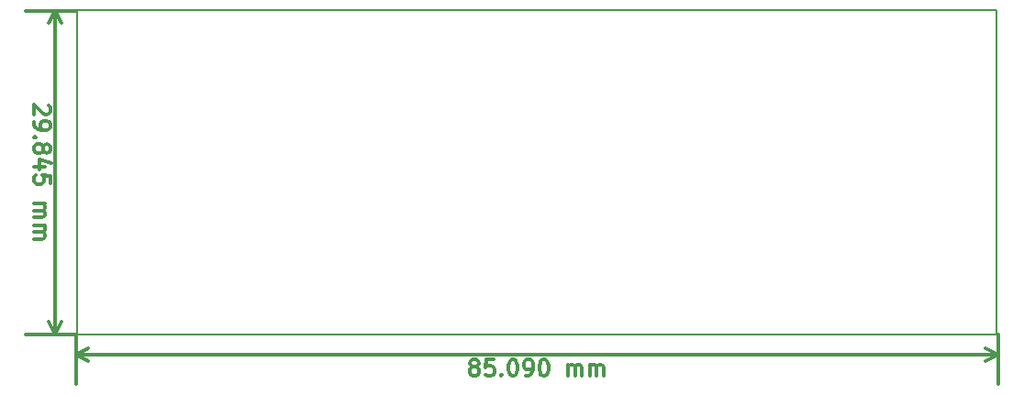
<source format=gbr>
G04 (created by PCBNEW (22-Jun-2014 BZR 4027)-stable) date Wed 20 Dec 2017 05:06:28 PM CST*
%MOIN*%
G04 Gerber Fmt 3.4, Leading zero omitted, Abs format*
%FSLAX34Y34*%
G01*
G70*
G90*
G04 APERTURE LIST*
%ADD10C,0.00393701*%
%ADD11C,0.011811*%
%ADD12C,0.00590551*%
G04 APERTURE END LIST*
G54D10*
G54D11*
X63163Y-51878D02*
X63191Y-51906D01*
X63220Y-51962D01*
X63220Y-52103D01*
X63191Y-52159D01*
X63163Y-52187D01*
X63107Y-52215D01*
X63051Y-52215D01*
X62966Y-52187D01*
X62629Y-51850D01*
X62629Y-52215D01*
X62629Y-52497D02*
X62629Y-52609D01*
X62657Y-52665D01*
X62685Y-52693D01*
X62770Y-52750D01*
X62882Y-52778D01*
X63107Y-52778D01*
X63163Y-52750D01*
X63191Y-52722D01*
X63220Y-52665D01*
X63220Y-52553D01*
X63191Y-52497D01*
X63163Y-52468D01*
X63107Y-52440D01*
X62966Y-52440D01*
X62910Y-52468D01*
X62882Y-52497D01*
X62854Y-52553D01*
X62854Y-52665D01*
X62882Y-52722D01*
X62910Y-52750D01*
X62966Y-52778D01*
X62685Y-53031D02*
X62657Y-53059D01*
X62629Y-53031D01*
X62657Y-53003D01*
X62685Y-53031D01*
X62629Y-53031D01*
X62966Y-53396D02*
X62995Y-53340D01*
X63023Y-53312D01*
X63079Y-53284D01*
X63107Y-53284D01*
X63163Y-53312D01*
X63191Y-53340D01*
X63220Y-53396D01*
X63220Y-53509D01*
X63191Y-53565D01*
X63163Y-53593D01*
X63107Y-53621D01*
X63079Y-53621D01*
X63023Y-53593D01*
X62995Y-53565D01*
X62966Y-53509D01*
X62966Y-53396D01*
X62938Y-53340D01*
X62910Y-53312D01*
X62854Y-53284D01*
X62741Y-53284D01*
X62685Y-53312D01*
X62657Y-53340D01*
X62629Y-53396D01*
X62629Y-53509D01*
X62657Y-53565D01*
X62685Y-53593D01*
X62741Y-53621D01*
X62854Y-53621D01*
X62910Y-53593D01*
X62938Y-53565D01*
X62966Y-53509D01*
X63023Y-54128D02*
X62629Y-54128D01*
X63248Y-53987D02*
X62826Y-53846D01*
X62826Y-54212D01*
X63220Y-54718D02*
X63220Y-54437D01*
X62938Y-54409D01*
X62966Y-54437D01*
X62995Y-54493D01*
X62995Y-54634D01*
X62966Y-54690D01*
X62938Y-54718D01*
X62882Y-54746D01*
X62741Y-54746D01*
X62685Y-54718D01*
X62657Y-54690D01*
X62629Y-54634D01*
X62629Y-54493D01*
X62657Y-54437D01*
X62685Y-54409D01*
X62629Y-55449D02*
X63023Y-55449D01*
X62966Y-55449D02*
X62995Y-55477D01*
X63023Y-55534D01*
X63023Y-55618D01*
X62995Y-55674D01*
X62938Y-55702D01*
X62629Y-55702D01*
X62938Y-55702D02*
X62995Y-55731D01*
X63023Y-55787D01*
X63023Y-55871D01*
X62995Y-55927D01*
X62938Y-55956D01*
X62629Y-55956D01*
X62629Y-56237D02*
X63023Y-56237D01*
X62966Y-56237D02*
X62995Y-56265D01*
X63023Y-56321D01*
X63023Y-56405D01*
X62995Y-56462D01*
X62938Y-56490D01*
X62629Y-56490D01*
X62938Y-56490D02*
X62995Y-56518D01*
X63023Y-56574D01*
X63023Y-56659D01*
X62995Y-56715D01*
X62938Y-56743D01*
X62629Y-56743D01*
X63400Y-48450D02*
X63400Y-60200D01*
X64150Y-48450D02*
X62337Y-48450D01*
X64150Y-60200D02*
X62337Y-60200D01*
X63400Y-60200D02*
X63169Y-59756D01*
X63400Y-60200D02*
X63630Y-59756D01*
X63400Y-48450D02*
X63169Y-48893D01*
X63400Y-48450D02*
X63630Y-48893D01*
X78565Y-61383D02*
X78509Y-61354D01*
X78481Y-61326D01*
X78453Y-61270D01*
X78453Y-61242D01*
X78481Y-61186D01*
X78509Y-61158D01*
X78565Y-61129D01*
X78678Y-61129D01*
X78734Y-61158D01*
X78762Y-61186D01*
X78790Y-61242D01*
X78790Y-61270D01*
X78762Y-61326D01*
X78734Y-61354D01*
X78678Y-61383D01*
X78565Y-61383D01*
X78509Y-61411D01*
X78481Y-61439D01*
X78453Y-61495D01*
X78453Y-61608D01*
X78481Y-61664D01*
X78509Y-61692D01*
X78565Y-61720D01*
X78678Y-61720D01*
X78734Y-61692D01*
X78762Y-61664D01*
X78790Y-61608D01*
X78790Y-61495D01*
X78762Y-61439D01*
X78734Y-61411D01*
X78678Y-61383D01*
X79325Y-61129D02*
X79043Y-61129D01*
X79015Y-61411D01*
X79043Y-61383D01*
X79100Y-61354D01*
X79240Y-61354D01*
X79297Y-61383D01*
X79325Y-61411D01*
X79353Y-61467D01*
X79353Y-61608D01*
X79325Y-61664D01*
X79297Y-61692D01*
X79240Y-61720D01*
X79100Y-61720D01*
X79043Y-61692D01*
X79015Y-61664D01*
X79606Y-61664D02*
X79634Y-61692D01*
X79606Y-61720D01*
X79578Y-61692D01*
X79606Y-61664D01*
X79606Y-61720D01*
X80000Y-61129D02*
X80056Y-61129D01*
X80112Y-61158D01*
X80140Y-61186D01*
X80168Y-61242D01*
X80196Y-61354D01*
X80196Y-61495D01*
X80168Y-61608D01*
X80140Y-61664D01*
X80112Y-61692D01*
X80056Y-61720D01*
X80000Y-61720D01*
X79943Y-61692D01*
X79915Y-61664D01*
X79887Y-61608D01*
X79859Y-61495D01*
X79859Y-61354D01*
X79887Y-61242D01*
X79915Y-61186D01*
X79943Y-61158D01*
X80000Y-61129D01*
X80478Y-61720D02*
X80590Y-61720D01*
X80646Y-61692D01*
X80675Y-61664D01*
X80731Y-61579D01*
X80759Y-61467D01*
X80759Y-61242D01*
X80731Y-61186D01*
X80703Y-61158D01*
X80646Y-61129D01*
X80534Y-61129D01*
X80478Y-61158D01*
X80450Y-61186D01*
X80421Y-61242D01*
X80421Y-61383D01*
X80450Y-61439D01*
X80478Y-61467D01*
X80534Y-61495D01*
X80646Y-61495D01*
X80703Y-61467D01*
X80731Y-61439D01*
X80759Y-61383D01*
X81124Y-61129D02*
X81181Y-61129D01*
X81237Y-61158D01*
X81265Y-61186D01*
X81293Y-61242D01*
X81321Y-61354D01*
X81321Y-61495D01*
X81293Y-61608D01*
X81265Y-61664D01*
X81237Y-61692D01*
X81181Y-61720D01*
X81124Y-61720D01*
X81068Y-61692D01*
X81040Y-61664D01*
X81012Y-61608D01*
X80984Y-61495D01*
X80984Y-61354D01*
X81012Y-61242D01*
X81040Y-61186D01*
X81068Y-61158D01*
X81124Y-61129D01*
X82024Y-61720D02*
X82024Y-61326D01*
X82024Y-61383D02*
X82052Y-61354D01*
X82109Y-61326D01*
X82193Y-61326D01*
X82249Y-61354D01*
X82277Y-61411D01*
X82277Y-61720D01*
X82277Y-61411D02*
X82306Y-61354D01*
X82362Y-61326D01*
X82446Y-61326D01*
X82502Y-61354D01*
X82531Y-61411D01*
X82531Y-61720D01*
X82812Y-61720D02*
X82812Y-61326D01*
X82812Y-61383D02*
X82840Y-61354D01*
X82896Y-61326D01*
X82980Y-61326D01*
X83037Y-61354D01*
X83065Y-61411D01*
X83065Y-61720D01*
X83065Y-61411D02*
X83093Y-61354D01*
X83149Y-61326D01*
X83234Y-61326D01*
X83290Y-61354D01*
X83318Y-61411D01*
X83318Y-61720D01*
X64150Y-60949D02*
X97650Y-60949D01*
X64150Y-60200D02*
X64150Y-62012D01*
X97650Y-60200D02*
X97650Y-62012D01*
X97650Y-60949D02*
X97206Y-61180D01*
X97650Y-60949D02*
X97206Y-60719D01*
X64150Y-60949D02*
X64593Y-61180D01*
X64150Y-60949D02*
X64593Y-60719D01*
G54D12*
X64200Y-60200D02*
X64200Y-48400D01*
X97600Y-60200D02*
X64200Y-60200D01*
X97600Y-48400D02*
X97600Y-60200D01*
X64200Y-48400D02*
X97600Y-48400D01*
M02*

</source>
